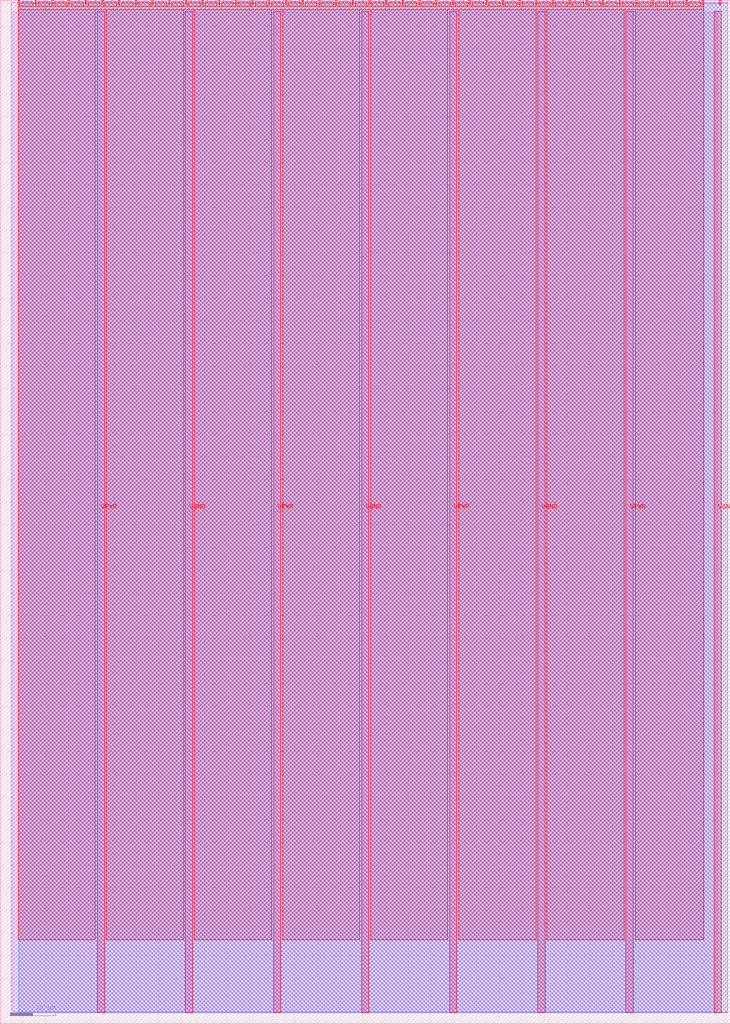
<source format=lef>
VERSION 5.7 ;
  NOWIREEXTENSIONATPIN ON ;
  DIVIDERCHAR "/" ;
  BUSBITCHARS "[]" ;
MACRO tt_um_aiju_8080
  CLASS BLOCK ;
  FOREIGN tt_um_aiju_8080 ;
  ORIGIN 0.000 0.000 ;
  SIZE 161.000 BY 225.760 ;
  PIN VGND
    DIRECTION INOUT ;
    USE GROUND ;
    PORT
      LAYER met4 ;
        RECT 40.830 2.480 42.430 223.280 ;
    END
    PORT
      LAYER met4 ;
        RECT 79.700 2.480 81.300 223.280 ;
    END
    PORT
      LAYER met4 ;
        RECT 118.570 2.480 120.170 223.280 ;
    END
    PORT
      LAYER met4 ;
        RECT 157.440 2.480 159.040 223.280 ;
    END
  END VGND
  PIN VPWR
    DIRECTION INOUT ;
    USE POWER ;
    PORT
      LAYER met4 ;
        RECT 21.395 2.480 22.995 223.280 ;
    END
    PORT
      LAYER met4 ;
        RECT 60.265 2.480 61.865 223.280 ;
    END
    PORT
      LAYER met4 ;
        RECT 99.135 2.480 100.735 223.280 ;
    END
    PORT
      LAYER met4 ;
        RECT 138.005 2.480 139.605 223.280 ;
    END
  END VPWR
  PIN clk
    DIRECTION INPUT ;
    USE SIGNAL ;
    ANTENNAGATEAREA 0.852000 ;
    PORT
      LAYER met4 ;
        RECT 154.870 224.760 155.170 225.760 ;
    END
  END clk
  PIN ena
    DIRECTION INPUT ;
    USE SIGNAL ;
    PORT
      LAYER met4 ;
        RECT 158.550 224.760 158.850 225.760 ;
    END
  END ena
  PIN rst_n
    DIRECTION INPUT ;
    USE SIGNAL ;
    ANTENNAGATEAREA 0.196500 ;
    PORT
      LAYER met4 ;
        RECT 151.190 224.760 151.490 225.760 ;
    END
  END rst_n
  PIN ui_in[0]
    DIRECTION INPUT ;
    USE SIGNAL ;
    ANTENNAGATEAREA 0.196500 ;
    PORT
      LAYER met4 ;
        RECT 147.510 224.760 147.810 225.760 ;
    END
  END ui_in[0]
  PIN ui_in[1]
    DIRECTION INPUT ;
    USE SIGNAL ;
    ANTENNAGATEAREA 0.196500 ;
    PORT
      LAYER met4 ;
        RECT 143.830 224.760 144.130 225.760 ;
    END
  END ui_in[1]
  PIN ui_in[2]
    DIRECTION INPUT ;
    USE SIGNAL ;
    PORT
      LAYER met4 ;
        RECT 140.150 224.760 140.450 225.760 ;
    END
  END ui_in[2]
  PIN ui_in[3]
    DIRECTION INPUT ;
    USE SIGNAL ;
    PORT
      LAYER met4 ;
        RECT 136.470 224.760 136.770 225.760 ;
    END
  END ui_in[3]
  PIN ui_in[4]
    DIRECTION INPUT ;
    USE SIGNAL ;
    PORT
      LAYER met4 ;
        RECT 132.790 224.760 133.090 225.760 ;
    END
  END ui_in[4]
  PIN ui_in[5]
    DIRECTION INPUT ;
    USE SIGNAL ;
    PORT
      LAYER met4 ;
        RECT 129.110 224.760 129.410 225.760 ;
    END
  END ui_in[5]
  PIN ui_in[6]
    DIRECTION INPUT ;
    USE SIGNAL ;
    PORT
      LAYER met4 ;
        RECT 125.430 224.760 125.730 225.760 ;
    END
  END ui_in[6]
  PIN ui_in[7]
    DIRECTION INPUT ;
    USE SIGNAL ;
    PORT
      LAYER met4 ;
        RECT 121.750 224.760 122.050 225.760 ;
    END
  END ui_in[7]
  PIN uio_in[0]
    DIRECTION INPUT ;
    USE SIGNAL ;
    ANTENNAGATEAREA 0.196500 ;
    PORT
      LAYER met4 ;
        RECT 118.070 224.760 118.370 225.760 ;
    END
  END uio_in[0]
  PIN uio_in[1]
    DIRECTION INPUT ;
    USE SIGNAL ;
    ANTENNAGATEAREA 0.196500 ;
    PORT
      LAYER met4 ;
        RECT 114.390 224.760 114.690 225.760 ;
    END
  END uio_in[1]
  PIN uio_in[2]
    DIRECTION INPUT ;
    USE SIGNAL ;
    ANTENNAGATEAREA 0.196500 ;
    PORT
      LAYER met4 ;
        RECT 110.710 224.760 111.010 225.760 ;
    END
  END uio_in[2]
  PIN uio_in[3]
    DIRECTION INPUT ;
    USE SIGNAL ;
    ANTENNAGATEAREA 0.196500 ;
    PORT
      LAYER met4 ;
        RECT 107.030 224.760 107.330 225.760 ;
    END
  END uio_in[3]
  PIN uio_in[4]
    DIRECTION INPUT ;
    USE SIGNAL ;
    ANTENNAGATEAREA 0.196500 ;
    PORT
      LAYER met4 ;
        RECT 103.350 224.760 103.650 225.760 ;
    END
  END uio_in[4]
  PIN uio_in[5]
    DIRECTION INPUT ;
    USE SIGNAL ;
    ANTENNAGATEAREA 0.196500 ;
    PORT
      LAYER met4 ;
        RECT 99.670 224.760 99.970 225.760 ;
    END
  END uio_in[5]
  PIN uio_in[6]
    DIRECTION INPUT ;
    USE SIGNAL ;
    ANTENNAGATEAREA 0.196500 ;
    PORT
      LAYER met4 ;
        RECT 95.990 224.760 96.290 225.760 ;
    END
  END uio_in[6]
  PIN uio_in[7]
    DIRECTION INPUT ;
    USE SIGNAL ;
    ANTENNAGATEAREA 0.196500 ;
    PORT
      LAYER met4 ;
        RECT 92.310 224.760 92.610 225.760 ;
    END
  END uio_in[7]
  PIN uio_oe[0]
    DIRECTION OUTPUT TRISTATE ;
    USE SIGNAL ;
    ANTENNADIFFAREA 0.795200 ;
    PORT
      LAYER met4 ;
        RECT 29.750 224.760 30.050 225.760 ;
    END
  END uio_oe[0]
  PIN uio_oe[1]
    DIRECTION OUTPUT TRISTATE ;
    USE SIGNAL ;
    ANTENNADIFFAREA 0.795200 ;
    PORT
      LAYER met4 ;
        RECT 26.070 224.760 26.370 225.760 ;
    END
  END uio_oe[1]
  PIN uio_oe[2]
    DIRECTION OUTPUT TRISTATE ;
    USE SIGNAL ;
    ANTENNADIFFAREA 0.795200 ;
    PORT
      LAYER met4 ;
        RECT 22.390 224.760 22.690 225.760 ;
    END
  END uio_oe[2]
  PIN uio_oe[3]
    DIRECTION OUTPUT TRISTATE ;
    USE SIGNAL ;
    ANTENNADIFFAREA 0.795200 ;
    PORT
      LAYER met4 ;
        RECT 18.710 224.760 19.010 225.760 ;
    END
  END uio_oe[3]
  PIN uio_oe[4]
    DIRECTION OUTPUT TRISTATE ;
    USE SIGNAL ;
    ANTENNADIFFAREA 0.795200 ;
    PORT
      LAYER met4 ;
        RECT 15.030 224.760 15.330 225.760 ;
    END
  END uio_oe[4]
  PIN uio_oe[5]
    DIRECTION OUTPUT TRISTATE ;
    USE SIGNAL ;
    ANTENNADIFFAREA 0.445500 ;
    PORT
      LAYER met4 ;
        RECT 11.350 224.760 11.650 225.760 ;
    END
  END uio_oe[5]
  PIN uio_oe[6]
    DIRECTION OUTPUT TRISTATE ;
    USE SIGNAL ;
    ANTENNADIFFAREA 0.795200 ;
    PORT
      LAYER met4 ;
        RECT 7.670 224.760 7.970 225.760 ;
    END
  END uio_oe[6]
  PIN uio_oe[7]
    DIRECTION OUTPUT TRISTATE ;
    USE SIGNAL ;
    ANTENNADIFFAREA 0.795200 ;
    PORT
      LAYER met4 ;
        RECT 3.990 224.760 4.290 225.760 ;
    END
  END uio_oe[7]
  PIN uio_out[0]
    DIRECTION OUTPUT TRISTATE ;
    USE SIGNAL ;
    ANTENNADIFFAREA 0.891000 ;
    PORT
      LAYER met4 ;
        RECT 59.190 224.760 59.490 225.760 ;
    END
  END uio_out[0]
  PIN uio_out[1]
    DIRECTION OUTPUT TRISTATE ;
    USE SIGNAL ;
    ANTENNADIFFAREA 0.795200 ;
    PORT
      LAYER met4 ;
        RECT 55.510 224.760 55.810 225.760 ;
    END
  END uio_out[1]
  PIN uio_out[2]
    DIRECTION OUTPUT TRISTATE ;
    USE SIGNAL ;
    ANTENNADIFFAREA 0.891000 ;
    PORT
      LAYER met4 ;
        RECT 51.830 224.760 52.130 225.760 ;
    END
  END uio_out[2]
  PIN uio_out[3]
    DIRECTION OUTPUT TRISTATE ;
    USE SIGNAL ;
    ANTENNADIFFAREA 0.924000 ;
    PORT
      LAYER met4 ;
        RECT 48.150 224.760 48.450 225.760 ;
    END
  END uio_out[3]
  PIN uio_out[4]
    DIRECTION OUTPUT TRISTATE ;
    USE SIGNAL ;
    ANTENNADIFFAREA 0.462000 ;
    PORT
      LAYER met4 ;
        RECT 44.470 224.760 44.770 225.760 ;
    END
  END uio_out[4]
  PIN uio_out[5]
    DIRECTION OUTPUT TRISTATE ;
    USE SIGNAL ;
    ANTENNADIFFAREA 0.462000 ;
    PORT
      LAYER met4 ;
        RECT 40.790 224.760 41.090 225.760 ;
    END
  END uio_out[5]
  PIN uio_out[6]
    DIRECTION OUTPUT TRISTATE ;
    USE SIGNAL ;
    ANTENNADIFFAREA 0.891000 ;
    PORT
      LAYER met4 ;
        RECT 37.110 224.760 37.410 225.760 ;
    END
  END uio_out[6]
  PIN uio_out[7]
    DIRECTION OUTPUT TRISTATE ;
    USE SIGNAL ;
    ANTENNADIFFAREA 0.891000 ;
    PORT
      LAYER met4 ;
        RECT 33.430 224.760 33.730 225.760 ;
    END
  END uio_out[7]
  PIN uo_out[0]
    DIRECTION OUTPUT TRISTATE ;
    USE SIGNAL ;
    ANTENNADIFFAREA 0.795200 ;
    PORT
      LAYER met4 ;
        RECT 88.630 224.760 88.930 225.760 ;
    END
  END uo_out[0]
  PIN uo_out[1]
    DIRECTION OUTPUT TRISTATE ;
    USE SIGNAL ;
    ANTENNAGATEAREA 0.247500 ;
    ANTENNADIFFAREA 1.288000 ;
    PORT
      LAYER met4 ;
        RECT 84.950 224.760 85.250 225.760 ;
    END
  END uo_out[1]
  PIN uo_out[2]
    DIRECTION OUTPUT TRISTATE ;
    USE SIGNAL ;
    ANTENNAGATEAREA 3.960000 ;
    ANTENNADIFFAREA 1.336500 ;
    PORT
      LAYER met4 ;
        RECT 81.270 224.760 81.570 225.760 ;
    END
  END uo_out[2]
  PIN uo_out[3]
    DIRECTION OUTPUT TRISTATE ;
    USE SIGNAL ;
    ANTENNADIFFAREA 0.795200 ;
    PORT
      LAYER met4 ;
        RECT 77.590 224.760 77.890 225.760 ;
    END
  END uo_out[3]
  PIN uo_out[4]
    DIRECTION OUTPUT TRISTATE ;
    USE SIGNAL ;
    ANTENNADIFFAREA 0.795200 ;
    PORT
      LAYER met4 ;
        RECT 73.910 224.760 74.210 225.760 ;
    END
  END uo_out[4]
  PIN uo_out[5]
    DIRECTION OUTPUT TRISTATE ;
    USE SIGNAL ;
    ANTENNADIFFAREA 0.795200 ;
    PORT
      LAYER met4 ;
        RECT 70.230 224.760 70.530 225.760 ;
    END
  END uo_out[5]
  PIN uo_out[6]
    DIRECTION OUTPUT TRISTATE ;
    USE SIGNAL ;
    ANTENNADIFFAREA 0.795200 ;
    PORT
      LAYER met4 ;
        RECT 66.550 224.760 66.850 225.760 ;
    END
  END uo_out[6]
  PIN uo_out[7]
    DIRECTION OUTPUT TRISTATE ;
    USE SIGNAL ;
    PORT
      LAYER met4 ;
        RECT 62.870 224.760 63.170 225.760 ;
    END
  END uo_out[7]
  OBS
      LAYER li1 ;
        RECT 2.760 2.635 158.240 223.125 ;
      LAYER met1 ;
        RECT 2.460 2.480 160.470 225.320 ;
      LAYER met2 ;
        RECT 4.240 2.535 160.440 225.070 ;
      LAYER met3 ;
        RECT 3.950 2.555 159.030 224.905 ;
      LAYER met4 ;
        RECT 4.690 224.360 7.270 225.410 ;
        RECT 8.370 224.360 10.950 225.410 ;
        RECT 12.050 224.360 14.630 225.410 ;
        RECT 15.730 224.360 18.310 225.410 ;
        RECT 19.410 224.360 21.990 225.410 ;
        RECT 23.090 224.360 25.670 225.410 ;
        RECT 26.770 224.360 29.350 225.410 ;
        RECT 30.450 224.360 33.030 225.410 ;
        RECT 34.130 224.360 36.710 225.410 ;
        RECT 37.810 224.360 40.390 225.410 ;
        RECT 41.490 224.360 44.070 225.410 ;
        RECT 45.170 224.360 47.750 225.410 ;
        RECT 48.850 224.360 51.430 225.410 ;
        RECT 52.530 224.360 55.110 225.410 ;
        RECT 56.210 224.360 58.790 225.410 ;
        RECT 59.890 224.360 62.470 225.410 ;
        RECT 63.570 224.360 66.150 225.410 ;
        RECT 67.250 224.360 69.830 225.410 ;
        RECT 70.930 224.360 73.510 225.410 ;
        RECT 74.610 224.360 77.190 225.410 ;
        RECT 78.290 224.360 80.870 225.410 ;
        RECT 81.970 224.360 84.550 225.410 ;
        RECT 85.650 224.360 88.230 225.410 ;
        RECT 89.330 224.360 91.910 225.410 ;
        RECT 93.010 224.360 95.590 225.410 ;
        RECT 96.690 224.360 99.270 225.410 ;
        RECT 100.370 224.360 102.950 225.410 ;
        RECT 104.050 224.360 106.630 225.410 ;
        RECT 107.730 224.360 110.310 225.410 ;
        RECT 111.410 224.360 113.990 225.410 ;
        RECT 115.090 224.360 117.670 225.410 ;
        RECT 118.770 224.360 121.350 225.410 ;
        RECT 122.450 224.360 125.030 225.410 ;
        RECT 126.130 224.360 128.710 225.410 ;
        RECT 129.810 224.360 132.390 225.410 ;
        RECT 133.490 224.360 136.070 225.410 ;
        RECT 137.170 224.360 139.750 225.410 ;
        RECT 140.850 224.360 143.430 225.410 ;
        RECT 144.530 224.360 147.110 225.410 ;
        RECT 148.210 224.360 150.790 225.410 ;
        RECT 151.890 224.360 154.470 225.410 ;
        RECT 3.975 223.680 155.185 224.360 ;
        RECT 3.975 18.535 20.995 223.680 ;
        RECT 23.395 18.535 40.430 223.680 ;
        RECT 42.830 18.535 59.865 223.680 ;
        RECT 62.265 18.535 79.300 223.680 ;
        RECT 81.700 18.535 98.735 223.680 ;
        RECT 101.135 18.535 118.170 223.680 ;
        RECT 120.570 18.535 137.605 223.680 ;
        RECT 140.005 18.535 155.185 223.680 ;
  END
END tt_um_aiju_8080
END LIBRARY


</source>
